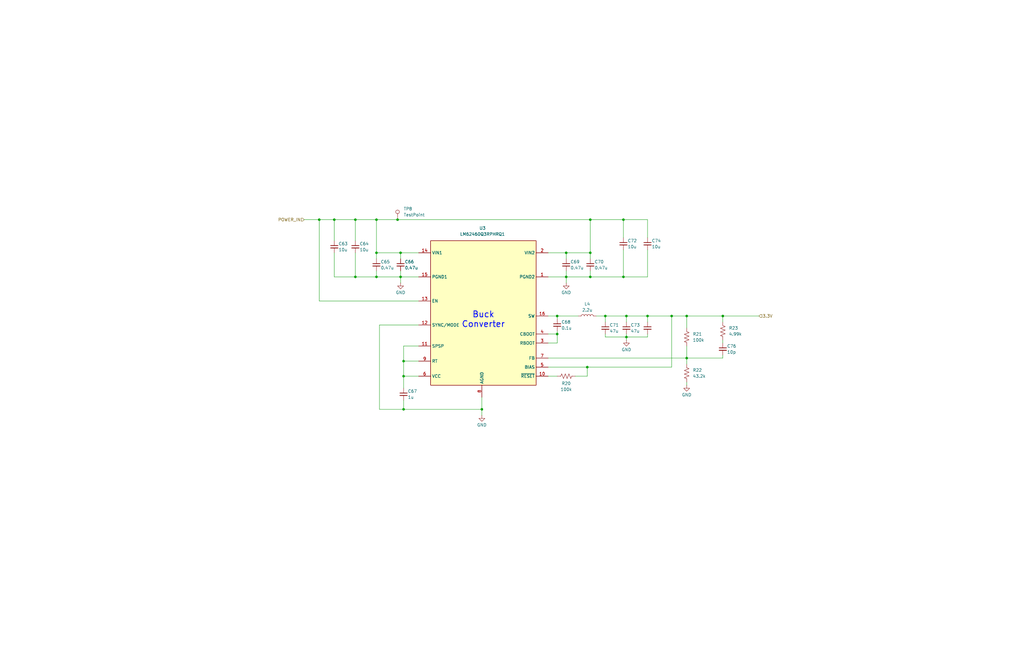
<source format=kicad_sch>
(kicad_sch (version 20231120) (generator "eeschema") (generator_version "8.0")
  (paper "B")
  (title_block (title "SCAN") (date "2025-01-23") (rev "v1.0") (company "Senior Design Group 35"))
  (lib_symbols
    (symbol "Connector:TestPoint" (pin_numbers hide) (pin_names (offset 0.762) hide)
      (property "Reference" "TP" (at 0 6.858 0))
      (property "Value" "TestPoint" (at 0 5.08 0))
      (symbol "TestPoint_0_1"
        (circle (center 0 3.302) (radius 0.762))
      )
      (symbol "TestPoint_1_1"
        (pin passive line (at 0 0 90) (length 2.54) (name "1") (number "1"))
      )
    )
    (symbol "Device:C_Small" (pin_numbers hide) (pin_names (offset 0.254) hide)
      (property "Reference" "C" (at 0.254 1.778 0))
      (property "Value" "C_Small" (at 0.254 -2.032 0))
      (symbol "C_Small_0_1"
        (polyline (pts (xy -1.524 -0.508) (xy 1.524 -0.508)) (stroke (width 0.3302)))
        (polyline (pts (xy -1.524 0.508) (xy 1.524 0.508)) (stroke (width 0.3048)))
      )
      (symbol "C_Small_1_1"
        (pin passive line (at 0 2.54 270) (length 2.032) (name "~") (number "1"))
        (pin passive line (at 0 -2.54 90) (length 2.032) (name "~") (number "2"))
      )
    )
    (symbol "Device:L" (pin_numbers hide) (pin_names (offset 1.016) hide)
      (property "Reference" "L" (at -1.27 0 90))
      (property "Value" "L" (at 1.905 0 90))
      (symbol "L_0_1"
        (arc (start 0 -2.54) (mid 0.6323 -1.905) (end 0 -1.27))
        (arc (start 0 -1.27) (mid 0.6323 -0.635) (end 0 0))
        (arc (start 0 0) (mid 0.6323 0.635) (end 0 1.27))
        (arc (start 0 1.27) (mid 0.6323 1.905) (end 0 2.54))
      )
      (symbol "L_1_1"
        (pin passive line (at 0 3.81 270) (length 1.27) (name "1") (number "1"))
        (pin passive line (at 0 -3.81 90) (length 1.27) (name "2") (number "2"))
      )
    )
    (symbol "Device:R_US" (pin_numbers hide) (pin_names (offset 0))
      (property "Reference" "R" (at 2.54 0 90))
      (property "Value" "R_US" (at -2.54 0 90))
      (symbol "R_US_0_1"
        (polyline (pts (xy 0 -2.286) (xy 0 -2.54)))
        (polyline (pts (xy 0 2.286) (xy 0 2.54)))
        (polyline (pts (xy 0 -0.762) (xy 1.016 -1.143) (xy 0 -1.524) (xy -1.016 -1.905) (xy 0 -2.286)))
        (polyline (pts (xy 0 0.762) (xy 1.016 0.381) (xy 0 0) (xy -1.016 -0.381) (xy 0 -0.762)))
        (polyline (pts (xy 0 2.286) (xy 1.016 1.905) (xy 0 1.524) (xy -1.016 1.143) (xy 0 0.762)))
      )
      (symbol "R_US_1_1"
        (pin passive line (at 0 3.81 270) (length 1.27) (name "~") (number "1"))
        (pin passive line (at 0 -3.81 90) (length 1.27) (name "~") (number "2"))
      )
    )
    (symbol "custom_symbols:LM62460Q3RPHRQ1"
      (property "Reference" "U" (at 6.096 28.956 0))
      (property "Value" "LM62460Q3RPHRQ1" (at 6.096 26.416 0))
      (symbol "LM62460Q3RPHRQ1_1_1"
        (rectangle (start -8.89 21.59) (end 35.56 -39.37) (stroke (width 0.254)) (fill (type background)))
        (text_box "Buck\nConverter" (at 0 -6.35 0) (size 26.67 -10.16) (stroke (width -0.0001)) (effects (font (size 2.54 2.54) (thickness 0.3175))))
        (pin passive line (at 40.64 6.35 180) (length 5.08) (name "PGND2") (number "1"))
        (pin passive line (at 40.64 -35.56 180) (length 5.08) (name "~{RESET}") (number "10"))
        (pin passive line (at -13.97 -22.86 0) (length 5.08) (name "SPSP") (number "11"))
        (pin passive line (at -13.97 -13.97 0) (length 5.08) (name "SYNC/MODE") (number "12"))
        (pin passive line (at -13.97 -3.81 0) (length 5.08) (name "EN") (number "13"))
        (pin passive line (at -13.97 16.51 0) (length 5.08) (name "VIN1") (number "14"))
        (pin passive line (at -13.97 6.35 0) (length 5.08) (name "PGND1") (number "15"))
        (pin passive line (at 40.64 -10.16 180) (length 5.08) (name "SW") (number "16"))
        (pin passive line (at 40.64 16.51 180) (length 5.08) (name "VIN2") (number "2"))
        (pin passive line (at 40.64 -21.59 180) (length 5.08) (name "RBOOT") (number "3"))
        (pin passive line (at 40.64 -17.78 180) (length 5.08) (name "CBOOT") (number "4"))
        (pin passive line (at 40.64 -31.75 180) (length 5.08) (name "BIAS") (number "5"))
        (pin passive line (at -13.97 -35.56 0) (length 5.08) (name "VCC") (number "6"))
        (pin passive line (at 40.64 -27.94 180) (length 5.08) (name "FB") (number "7"))
        (pin passive line (at 12.7 -44.45 90) (length 5.08) (name "AGND") (number "8"))
        (pin passive line (at -13.97 -29.21 0) (length 5.08) (name "RT") (number "9"))
      )
    )
    (symbol "power:GND" (power) (pin_numbers hide) (pin_names (offset 0) hide)
      (property "Value" "GND" (at 0 -3.81 0))
      (symbol "GND_0_1"
        (polyline (pts (xy 0 0) (xy 0 -1.27) (xy 1.27 -1.27) (xy 0 -2.54) (xy -1.27 -1.27) (xy 0 -1.27)))
      )
      (symbol "GND_1_1"
        (pin power_in line (at 0 0 270) (length 0) (name "~") (number "1"))
      )
    )
  )
  (junction (at 134.62 92.71))
  (junction (at 234.95 133.35))
  (junction (at 248.92 92.71))
  (junction (at 170.18 172.72))
  (junction (at 170.18 158.75))
  (junction (at 262.89 92.71))
  (junction (at 167.64 92.71))
  (junction (at 283.21 133.35))
  (junction (at 255.27 133.35))
  (junction (at 273.05 133.35))
  (junction (at 304.8 133.35))
  (junction (at 248.92 116.84))
  (junction (at 168.91 106.68))
  (junction (at 149.86 116.84))
  (junction (at 158.75 106.68))
  (junction (at 247.65 154.94))
  (junction (at 264.16 142.24))
  (junction (at 158.75 92.71))
  (junction (at 238.76 106.68))
  (junction (at 234.95 140.97))
  (junction (at 168.91 116.84))
  (junction (at 140.97 92.71))
  (junction (at 238.76 116.84))
  (junction (at 170.18 152.4))
  (junction (at 158.75 116.84))
  (junction (at 262.89 116.84))
  (junction (at 248.92 106.68))
  (junction (at 289.56 133.35))
  (junction (at 264.16 133.35))
  (junction (at 289.56 151.13))
  (junction (at 149.86 92.71))
  (junction (at 203.2 172.72))
  (wire (pts (xy 176.53 137.16) (xy 160.02 137.16)))
  (wire (pts (xy 273.05 105.41) (xy 273.05 116.84)))
  (wire (pts (xy 158.75 114.3) (xy 158.75 116.84)))
  (wire (pts (xy 231.14 116.84) (xy 238.76 116.84)))
  (wire (pts (xy 264.16 142.24) (xy 264.16 143.51)))
  (wire (pts (xy 170.18 146.05) (xy 170.18 152.4)))
  (wire (pts (xy 140.97 101.6) (xy 140.97 92.71)))
  (wire (pts (xy 160.02 172.72) (xy 170.18 172.72)))
  (wire (pts (xy 273.05 135.89) (xy 273.05 133.35)))
  (wire (pts (xy 231.14 133.35) (xy 234.95 133.35)))
  (wire (pts (xy 231.14 151.13) (xy 289.56 151.13)))
  (wire (pts (xy 255.27 133.35) (xy 255.27 135.89)))
  (wire (pts (xy 134.62 127) (xy 134.62 92.71)))
  (wire (pts (xy 140.97 116.84) (xy 149.86 116.84)))
  (wire (pts (xy 167.64 92.71) (xy 248.92 92.71)))
  (wire (pts (xy 238.76 106.68) (xy 238.76 109.22)))
  (wire (pts (xy 255.27 142.24) (xy 264.16 142.24)))
  (wire (pts (xy 247.65 154.94) (xy 283.21 154.94)))
  (wire (pts (xy 170.18 172.72) (xy 203.2 172.72)))
  (wire (pts (xy 168.91 116.84) (xy 176.53 116.84)))
  (wire (pts (xy 234.95 144.78) (xy 234.95 140.97)))
  (wire (pts (xy 289.56 161.29) (xy 289.56 162.56)))
  (wire (pts (xy 304.8 151.13) (xy 289.56 151.13)))
  (wire (pts (xy 234.95 133.35) (xy 234.95 134.62)))
  (wire (pts (xy 248.92 114.3) (xy 248.92 116.84)))
  (wire (pts (xy 149.86 106.68) (xy 149.86 116.84)))
  (wire (pts (xy 255.27 140.97) (xy 255.27 142.24)))
  (wire (pts (xy 304.8 133.35) (xy 304.8 135.89)))
  (wire (pts (xy 234.95 140.97) (xy 234.95 139.7)))
  (wire (pts (xy 251.46 133.35) (xy 255.27 133.35)))
  (wire (pts (xy 238.76 114.3) (xy 238.76 116.84)))
  (wire (pts (xy 273.05 92.71) (xy 262.89 92.71)))
  (wire (pts (xy 304.8 143.51) (xy 304.8 144.78)))
  (wire (pts (xy 170.18 168.91) (xy 170.18 172.72)))
  (wire (pts (xy 149.86 92.71) (xy 158.75 92.71)))
  (wire (pts (xy 203.2 167.64) (xy 203.2 172.72)))
  (wire (pts (xy 248.92 92.71) (xy 248.92 106.68)))
  (wire (pts (xy 158.75 116.84) (xy 168.91 116.84)))
  (wire (pts (xy 273.05 142.24) (xy 264.16 142.24)))
  (wire (pts (xy 242.57 158.75) (xy 247.65 158.75)))
  (wire (pts (xy 248.92 106.68) (xy 238.76 106.68)))
  (wire (pts (xy 273.05 133.35) (xy 283.21 133.35)))
  (wire (pts (xy 170.18 152.4) (xy 170.18 158.75)))
  (wire (pts (xy 283.21 133.35) (xy 283.21 154.94)))
  (wire (pts (xy 231.14 140.97) (xy 234.95 140.97)))
  (wire (pts (xy 168.91 114.3) (xy 168.91 116.84)))
  (wire (pts (xy 168.91 106.68) (xy 158.75 106.68)))
  (wire (pts (xy 238.76 116.84) (xy 248.92 116.84)))
  (wire (pts (xy 134.62 92.71) (xy 128.27 92.71)))
  (wire (pts (xy 176.53 152.4) (xy 170.18 152.4)))
  (wire (pts (xy 304.8 151.13) (xy 304.8 149.86)))
  (wire (pts (xy 289.56 151.13) (xy 289.56 153.67)))
  (wire (pts (xy 231.14 158.75) (xy 234.95 158.75)))
  (wire (pts (xy 304.8 133.35) (xy 320.04 133.35)))
  (wire (pts (xy 289.56 133.35) (xy 289.56 138.43)))
  (wire (pts (xy 238.76 106.68) (xy 231.14 106.68)))
  (wire (pts (xy 264.16 135.89) (xy 264.16 133.35)))
  (wire (pts (xy 273.05 116.84) (xy 262.89 116.84)))
  (wire (pts (xy 149.86 116.84) (xy 158.75 116.84)))
  (wire (pts (xy 231.14 144.78) (xy 234.95 144.78)))
  (wire (pts (xy 231.14 154.94) (xy 247.65 154.94)))
  (wire (pts (xy 273.05 100.33) (xy 273.05 92.71)))
  (wire (pts (xy 203.2 172.72) (xy 203.2 175.26)))
  (wire (pts (xy 248.92 92.71) (xy 262.89 92.71)))
  (wire (pts (xy 273.05 140.97) (xy 273.05 142.24)))
  (wire (pts (xy 283.21 133.35) (xy 289.56 133.35)))
  (wire (pts (xy 134.62 92.71) (xy 140.97 92.71)))
  (wire (pts (xy 158.75 106.68) (xy 158.75 92.71)))
  (wire (pts (xy 170.18 146.05) (xy 176.53 146.05)))
  (wire (pts (xy 168.91 106.68) (xy 168.91 109.22)))
  (wire (pts (xy 262.89 105.41) (xy 262.89 116.84)))
  (wire (pts (xy 304.8 133.35) (xy 289.56 133.35)))
  (wire (pts (xy 170.18 163.83) (xy 170.18 158.75)))
  (wire (pts (xy 160.02 137.16) (xy 160.02 172.72)))
  (wire (pts (xy 247.65 158.75) (xy 247.65 154.94)))
  (wire (pts (xy 140.97 106.68) (xy 140.97 116.84)))
  (wire (pts (xy 238.76 116.84) (xy 238.76 119.38)))
  (wire (pts (xy 158.75 92.71) (xy 167.64 92.71)))
  (wire (pts (xy 176.53 106.68) (xy 168.91 106.68)))
  (wire (pts (xy 248.92 106.68) (xy 248.92 109.22)))
  (wire (pts (xy 134.62 127) (xy 176.53 127)))
  (wire (pts (xy 264.16 133.35) (xy 273.05 133.35)))
  (wire (pts (xy 158.75 106.68) (xy 158.75 109.22)))
  (wire (pts (xy 168.91 116.84) (xy 168.91 119.38)))
  (wire (pts (xy 149.86 101.6) (xy 149.86 92.71)))
  (wire (pts (xy 262.89 92.71) (xy 262.89 100.33)))
  (wire (pts (xy 264.16 140.97) (xy 264.16 142.24)))
  (wire (pts (xy 140.97 92.71) (xy 149.86 92.71)))
  (wire (pts (xy 170.18 158.75) (xy 176.53 158.75)))
  (wire (pts (xy 248.92 116.84) (xy 262.89 116.84)))
  (wire (pts (xy 289.56 146.05) (xy 289.56 151.13)))
  (wire (pts (xy 255.27 133.35) (xy 264.16 133.35)))
  (wire (pts (xy 234.95 133.35) (xy 243.84 133.35)))
  (hierarchical_label "POWER_IN" (shape input) (at 128.27 92.71 180))
  (hierarchical_label "3.3V" (shape input) (at 320.04 133.35 0))
  (symbol (lib_id "Device:R_US") (at 304.8 139.7 0) (unit 1)
    (property "Reference" "R23" (at 307.34 138.4299 0) (effects (justify left)))
    (property "Value" "4.99k" (at 307.34 140.9699 0) (effects (justify left)))
    (property "Description" "Resistor, US symbol" (effects (hide yes)))
  )
  (symbol (lib_id "power:GND") (at 203.2 175.26 0) (mirror y) (unit 1)
    (property "Reference" "#PWR0109" (effects (hide yes)))
    (property "Value" "GND" (at 203.2 179.324 0))
    (property "Description" "Power symbol creates a global label with name \"GND\" , ground" (effects (hide yes)))
  )
  (symbol (lib_id "Device:C_Small") (at 140.97 104.14 0) (unit 1)
    (property "Reference" "C63" (at 142.748 102.87 0) (effects (justify left)))
    (property "Value" "10u" (at 142.748 105.41 0) (effects (justify left)))
  )
  (symbol (lib_id "Device:C_Small") (at 158.75 111.76 0) (unit 1)
    (property "Reference" "C65" (at 160.528 110.49 0) (effects (justify left)))
    (property "Value" "0.47u" (at 160.528 113.03 0) (effects (justify left)))
  )
  (symbol (lib_id "Device:C_Small") (at 168.91 111.76 0) (unit 1)
    (property "Reference" "C66" (at 170.688 110.49 0) (effects (justify left)))
    (property "Value" "0.47u" (at 170.688 113.03 0) (effects (justify left)))
  )
  (symbol (lib_id "Device:C_Small") (at 234.95 137.16 0) (unit 1)
    (property "Reference" "C68" (at 236.728 135.89 0) (effects (justify left)))
    (property "Value" "0.1u" (at 236.728 138.43 0) (effects (justify left)))
  )
  (symbol (lib_id "power:GND") (at 289.56 162.56 0) (unit 1)
    (property "Reference" "#PWR0112" (effects (hide yes)))
    (property "Value" "GND" (at 289.56 166.624 0))
    (property "Description" "Power symbol creates a global label with name \"GND\" , ground" (effects (hide yes)))
  )
  (symbol (lib_id "Connector:TestPoint") (at 167.64 92.71 0) (unit 1)
    (property "Reference" "TP8" (at 170.18 88.1379 0) (effects (justify left)))
    (property "Value" "TestPoint" (at 170.18 90.6779 0) (effects (justify left)))
    (property "Footprint" "TestPoint:TestPoint_Pad_2.0x2.0mm" (effects (hide yes)))
    (property "Description" "test point" (effects (hide yes)))
  )
  (symbol (lib_id "custom_symbols:LM62460Q3RPHRQ1") (at 190.5 123.19 0) (unit 1)
    (property "Reference" "U3" (at 203.454 96.266 0))
    (property "Value" "LM62460Q3RPHRQ1" (at 203.454 98.806 0))
    (property "Footprint" "SCAN_footprints:16-VQFN-HR" (effects (hide yes)))
    (property "Description" "Switching Voltage Regulators 6-A automotive buck converter optimized for power density and low EMI 16-VQFN-HR -40 to 150" (effects (hide yes)))
    (property "Height" "1" (effects (hide yes)))
    (property "Mouser Part Number" "595-LM62460Q3RPHRQ1" (effects (hide yes)))
    (property "Mouser Price/Stock" "https://www.mouser.co.uk/ProductDetail/Texas-Instruments/LM62460Q3RPHRQ1?qs=QNEnbhJQKvbYtVz0i%2FBRMQ%3D%3D" (effects (hide yes)))
    (property "Manufacturer_Name" "Texas Instruments" (effects (hide yes)))
    (property "Manufacturer_Part_Number" "LM62460Q3RPHRQ1" (effects (hide yes)))
  )
  (symbol (lib_id "Device:C_Small") (at 262.89 102.87 0) (unit 1)
    (property "Reference" "C72" (at 264.668 101.6 0) (effects (justify left)))
    (property "Value" "10u" (at 264.668 104.14 0) (effects (justify left)))
  )
  (symbol (lib_id "Device:C_Small") (at 304.8 147.32 0) (unit 1)
    (property "Reference" "C76" (at 306.578 146.05 0) (effects (justify left)))
    (property "Value" "10p" (at 306.578 148.59 0) (effects (justify left)))
  )
  (symbol (lib_id "Device:C_Small") (at 273.05 138.43 0) (unit 1)
    (property "Reference" "C75" (effects (hide yes)))
    (property "Value" "47u" (effects (hide yes)))
  )
  (symbol (lib_id "Device:C_Small") (at 149.86 104.14 0) (unit 1)
    (property "Reference" "C64" (at 151.638 102.87 0) (effects (justify left)))
    (property "Value" "10u" (at 151.638 105.41 0) (effects (justify left)))
  )
  (symbol (lib_id "Device:R_US") (at 289.56 142.24 0) (unit 1)
    (property "Reference" "R21" (at 292.1 140.9699 0) (effects (justify left)))
    (property "Value" "100k" (at 292.1 143.5099 0) (effects (justify left)))
    (property "Description" "Resistor, US symbol" (effects (hide yes)))
  )
  (symbol (lib_id "Device:R_US") (at 238.76 158.75 90) (unit 1)
    (property "Reference" "R20" (at 238.76 161.798 90))
    (property "Value" "100k" (at 238.76 164.338 90))
    (property "Description" "Resistor, US symbol" (effects (hide yes)))
  )
  (symbol (lib_id "Device:C_Small") (at 238.76 111.76 0) (unit 1)
    (property "Reference" "C69" (at 240.538 110.49 0) (effects (justify left)))
    (property "Value" "0.47u" (at 240.538 113.03 0) (effects (justify left)))
  )
  (symbol (lib_id "power:GND") (at 168.91 119.38 0) (mirror y) (unit 1)
    (property "Reference" "#PWR049" (effects (hide yes)))
    (property "Value" "GND" (at 168.91 123.444 0))
    (property "Description" "Power symbol creates a global label with name \"GND\" , ground" (effects (hide yes)))
  )
  (symbol (lib_id "Device:C_Small") (at 170.18 166.37 0) (unit 1)
    (property "Reference" "C67" (at 171.958 165.1 0) (effects (justify left)))
    (property "Value" "1u" (at 171.958 167.64 0) (effects (justify left)))
  )
  (symbol (lib_id "power:GND") (at 264.16 143.51 0) (unit 1)
    (property "Reference" "#PWR0111" (effects (hide yes)))
    (property "Value" "GND" (at 264.16 147.574 0))
    (property "Description" "Power symbol creates a global label with name \"GND\" , ground" (effects (hide yes)))
  )
  (symbol (lib_id "Device:C_Small") (at 264.16 138.43 0) (unit 1)
    (property "Reference" "C73" (at 265.938 137.16 0) (effects (justify left)))
    (property "Value" "47u" (at 265.938 139.7 0) (effects (justify left)))
  )
  (symbol (lib_id "Device:L") (at 247.65 133.35 90) (unit 1)
    (property "Reference" "L4" (at 247.65 128.27 90))
    (property "Value" "2.2u" (at 247.65 130.81 90))
    (property "Description" "Inductor" (effects (hide yes)))
  )
  (symbol (lib_id "power:GND") (at 238.76 119.38 0) (unit 1)
    (property "Reference" "#PWR0110" (effects (hide yes)))
    (property "Value" "GND" (at 238.76 123.444 0))
    (property "Description" "Power symbol creates a global label with name \"GND\" , ground" (effects (hide yes)))
  )
  (symbol (lib_id "Device:C_Small") (at 255.27 138.43 0) (unit 1)
    (property "Reference" "C71" (at 257.048 137.16 0) (effects (justify left)))
    (property "Value" "47u" (at 257.048 139.7 0) (effects (justify left)))
  )
  (symbol (lib_id "Device:C_Small") (at 248.92 111.76 0) (unit 1)
    (property "Reference" "C70" (at 250.698 110.49 0) (effects (justify left)))
    (property "Value" "0.47u" (at 250.698 113.03 0) (effects (justify left)))
  )
  (symbol (lib_id "Device:C_Small") (at 273.05 102.87 0) (unit 1)
    (property "Reference" "C74" (at 274.828 101.6 0) (effects (justify left)))
    (property "Value" "10u" (at 274.828 104.14 0) (effects (justify left)))
  )
  (symbol (lib_id "Device:R_US") (at 289.56 157.48 0) (unit 1)
    (property "Reference" "R22" (at 292.1 156.2099 0) (effects (justify left)))
    (property "Value" "43.2k" (at 292.1 158.7499 0) (effects (justify left)))
    (property "Description" "Resistor, US symbol" (effects (hide yes)))
  )
)
</source>
